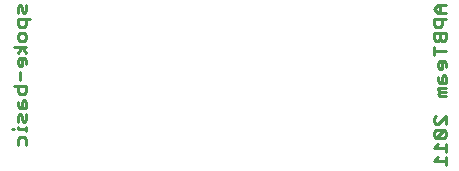
<source format=gbo>
G75*
G70*
%OFA0B0*%
%FSLAX24Y24*%
%IPPOS*%
%LPD*%
%AMOC8*
5,1,8,0,0,1.08239X$1,22.5*
%
%ADD10C,0.0100*%
D10*
X000584Y004334D02*
X000584Y004534D01*
X000651Y004601D01*
X000784Y004601D01*
X000851Y004534D01*
X000851Y004334D01*
X000851Y004774D02*
X000851Y004908D01*
X000851Y004841D02*
X000584Y004841D01*
X000584Y004908D01*
X000451Y004841D02*
X000384Y004841D01*
X000584Y005101D02*
X000584Y005301D01*
X000651Y005368D01*
X000718Y005301D01*
X000718Y005168D01*
X000784Y005101D01*
X000851Y005168D01*
X000851Y005368D01*
X000851Y005561D02*
X000651Y005561D01*
X000584Y005628D01*
X000584Y005762D01*
X000718Y005762D02*
X000718Y005561D01*
X000851Y005561D02*
X000851Y005762D01*
X000784Y005828D01*
X000718Y005762D01*
X000784Y006022D02*
X000651Y006022D01*
X000584Y006089D01*
X000584Y006289D01*
X000451Y006289D02*
X000851Y006289D01*
X000851Y006089D01*
X000784Y006022D01*
X000651Y006482D02*
X000651Y006749D01*
X000651Y006943D02*
X000584Y007009D01*
X000584Y007143D01*
X000651Y007209D01*
X000784Y007209D01*
X000851Y007143D01*
X000851Y007009D01*
X000718Y006943D02*
X000718Y007209D01*
X000851Y007393D02*
X000718Y007593D01*
X000584Y007393D01*
X000451Y007593D02*
X000851Y007593D01*
X000784Y007786D02*
X000651Y007786D01*
X000584Y007853D01*
X000584Y007987D01*
X000651Y008053D01*
X000784Y008053D01*
X000851Y007987D01*
X000851Y007853D01*
X000784Y007786D01*
X000784Y008247D02*
X000651Y008247D01*
X000584Y008314D01*
X000584Y008514D01*
X000985Y008514D01*
X000851Y008514D02*
X000851Y008314D01*
X000784Y008247D01*
X000784Y008707D02*
X000718Y008774D01*
X000718Y008907D01*
X000651Y008974D01*
X000584Y008907D01*
X000584Y008707D01*
X000784Y008707D02*
X000851Y008774D01*
X000851Y008974D01*
X000718Y006943D02*
X000651Y006943D01*
X014451Y007326D02*
X014451Y007593D01*
X014451Y007460D02*
X014851Y007460D01*
X014784Y007786D02*
X014851Y007853D01*
X014851Y008053D01*
X014451Y008053D01*
X014451Y007853D01*
X014518Y007786D01*
X014584Y007786D01*
X014651Y007853D01*
X014651Y008053D01*
X014651Y008247D02*
X014518Y008247D01*
X014451Y008314D01*
X014451Y008514D01*
X014851Y008514D01*
X014718Y008514D02*
X014718Y008314D01*
X014651Y008247D01*
X014651Y007853D02*
X014718Y007786D01*
X014784Y007786D01*
X014784Y007133D02*
X014651Y007133D01*
X014584Y007066D01*
X014584Y006933D01*
X014651Y006866D01*
X014718Y006866D01*
X014718Y007133D01*
X014784Y007133D02*
X014851Y007066D01*
X014851Y006933D01*
X014784Y006672D02*
X014718Y006606D01*
X014718Y006405D01*
X014651Y006405D02*
X014584Y006472D01*
X014584Y006606D01*
X014784Y006672D02*
X014851Y006606D01*
X014851Y006405D01*
X014651Y006405D01*
X014584Y006212D02*
X014584Y006145D01*
X014651Y006079D01*
X014584Y006012D01*
X014651Y005945D01*
X014851Y005945D01*
X014851Y006079D02*
X014651Y006079D01*
X014584Y006212D02*
X014851Y006212D01*
X014851Y005291D02*
X014584Y005024D01*
X014518Y005024D01*
X014451Y005091D01*
X014451Y005225D01*
X014518Y005291D01*
X014851Y005291D02*
X014851Y005024D01*
X014784Y004831D02*
X014518Y004564D01*
X014784Y004564D01*
X014851Y004631D01*
X014851Y004764D01*
X014784Y004831D01*
X014518Y004831D01*
X014451Y004764D01*
X014451Y004631D01*
X014518Y004564D01*
X014584Y004371D02*
X014451Y004237D01*
X014851Y004237D01*
X014851Y004104D02*
X014851Y004371D01*
X014851Y003910D02*
X014851Y003643D01*
X014851Y003777D02*
X014451Y003777D01*
X014584Y003910D01*
X014584Y008707D02*
X014851Y008707D01*
X014651Y008707D02*
X014651Y008974D01*
X014584Y008974D02*
X014451Y008841D01*
X014584Y008707D01*
X014584Y008974D02*
X014851Y008974D01*
M02*

</source>
